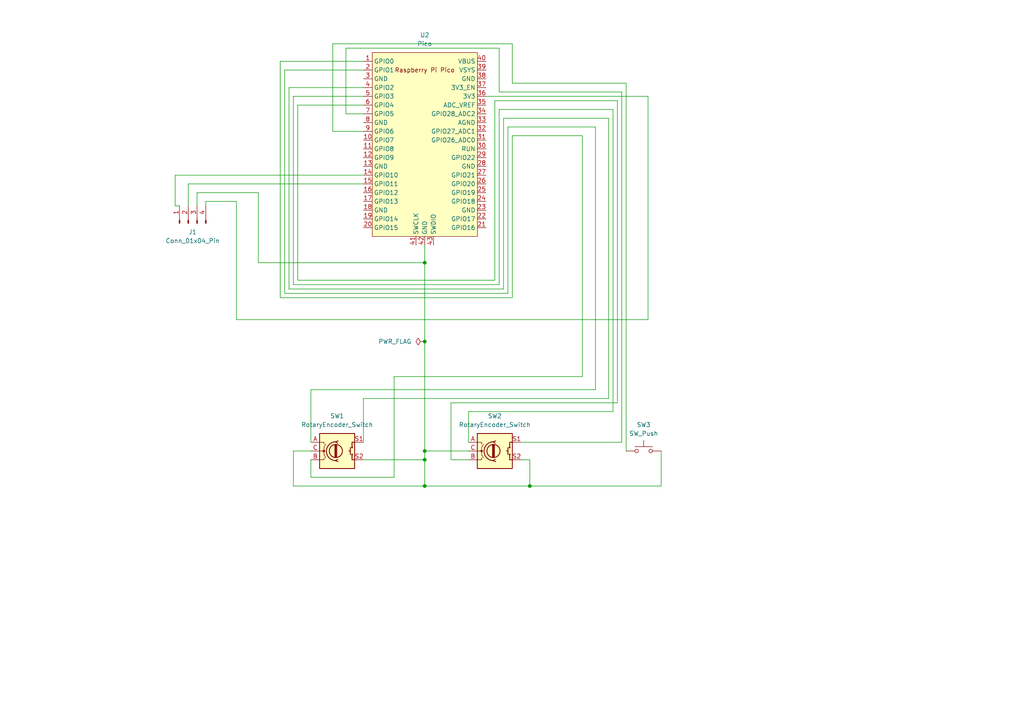
<source format=kicad_sch>
(kicad_sch
	(version 20250114)
	(generator "eeschema")
	(generator_version "9.0")
	(uuid "7a96ba7a-4e58-4cdf-817d-8de640646a8b")
	(paper "A4")
	(lib_symbols
		(symbol "Connector:Conn_01x04_Pin"
			(pin_names
				(offset 1.016)
				(hide yes)
			)
			(exclude_from_sim no)
			(in_bom yes)
			(on_board yes)
			(property "Reference" "J"
				(at 0 5.08 0)
				(effects
					(font
						(size 1.27 1.27)
					)
				)
			)
			(property "Value" "Conn_01x04_Pin"
				(at 0 -7.62 0)
				(effects
					(font
						(size 1.27 1.27)
					)
				)
			)
			(property "Footprint" ""
				(at 0 0 0)
				(effects
					(font
						(size 1.27 1.27)
					)
					(hide yes)
				)
			)
			(property "Datasheet" "~"
				(at 0 0 0)
				(effects
					(font
						(size 1.27 1.27)
					)
					(hide yes)
				)
			)
			(property "Description" "Generic connector, single row, 01x04, script generated"
				(at 0 0 0)
				(effects
					(font
						(size 1.27 1.27)
					)
					(hide yes)
				)
			)
			(property "ki_locked" ""
				(at 0 0 0)
				(effects
					(font
						(size 1.27 1.27)
					)
				)
			)
			(property "ki_keywords" "connector"
				(at 0 0 0)
				(effects
					(font
						(size 1.27 1.27)
					)
					(hide yes)
				)
			)
			(property "ki_fp_filters" "Connector*:*_1x??_*"
				(at 0 0 0)
				(effects
					(font
						(size 1.27 1.27)
					)
					(hide yes)
				)
			)
			(symbol "Conn_01x04_Pin_1_1"
				(rectangle
					(start 0.8636 2.667)
					(end 0 2.413)
					(stroke
						(width 0.1524)
						(type default)
					)
					(fill
						(type outline)
					)
				)
				(rectangle
					(start 0.8636 0.127)
					(end 0 -0.127)
					(stroke
						(width 0.1524)
						(type default)
					)
					(fill
						(type outline)
					)
				)
				(rectangle
					(start 0.8636 -2.413)
					(end 0 -2.667)
					(stroke
						(width 0.1524)
						(type default)
					)
					(fill
						(type outline)
					)
				)
				(rectangle
					(start 0.8636 -4.953)
					(end 0 -5.207)
					(stroke
						(width 0.1524)
						(type default)
					)
					(fill
						(type outline)
					)
				)
				(polyline
					(pts
						(xy 1.27 2.54) (xy 0.8636 2.54)
					)
					(stroke
						(width 0.1524)
						(type default)
					)
					(fill
						(type none)
					)
				)
				(polyline
					(pts
						(xy 1.27 0) (xy 0.8636 0)
					)
					(stroke
						(width 0.1524)
						(type default)
					)
					(fill
						(type none)
					)
				)
				(polyline
					(pts
						(xy 1.27 -2.54) (xy 0.8636 -2.54)
					)
					(stroke
						(width 0.1524)
						(type default)
					)
					(fill
						(type none)
					)
				)
				(polyline
					(pts
						(xy 1.27 -5.08) (xy 0.8636 -5.08)
					)
					(stroke
						(width 0.1524)
						(type default)
					)
					(fill
						(type none)
					)
				)
				(pin passive line
					(at 5.08 2.54 180)
					(length 3.81)
					(name "Pin_1"
						(effects
							(font
								(size 1.27 1.27)
							)
						)
					)
					(number "1"
						(effects
							(font
								(size 1.27 1.27)
							)
						)
					)
				)
				(pin passive line
					(at 5.08 0 180)
					(length 3.81)
					(name "Pin_2"
						(effects
							(font
								(size 1.27 1.27)
							)
						)
					)
					(number "2"
						(effects
							(font
								(size 1.27 1.27)
							)
						)
					)
				)
				(pin passive line
					(at 5.08 -2.54 180)
					(length 3.81)
					(name "Pin_3"
						(effects
							(font
								(size 1.27 1.27)
							)
						)
					)
					(number "3"
						(effects
							(font
								(size 1.27 1.27)
							)
						)
					)
				)
				(pin passive line
					(at 5.08 -5.08 180)
					(length 3.81)
					(name "Pin_4"
						(effects
							(font
								(size 1.27 1.27)
							)
						)
					)
					(number "4"
						(effects
							(font
								(size 1.27 1.27)
							)
						)
					)
				)
			)
			(embedded_fonts no)
		)
		(symbol "Device:RotaryEncoder_Switch"
			(pin_names
				(offset 0.254)
				(hide yes)
			)
			(exclude_from_sim no)
			(in_bom yes)
			(on_board yes)
			(property "Reference" "SW"
				(at 0 6.604 0)
				(effects
					(font
						(size 1.27 1.27)
					)
				)
			)
			(property "Value" "RotaryEncoder_Switch"
				(at 0 -6.604 0)
				(effects
					(font
						(size 1.27 1.27)
					)
				)
			)
			(property "Footprint" ""
				(at -3.81 4.064 0)
				(effects
					(font
						(size 1.27 1.27)
					)
					(hide yes)
				)
			)
			(property "Datasheet" "~"
				(at 0 6.604 0)
				(effects
					(font
						(size 1.27 1.27)
					)
					(hide yes)
				)
			)
			(property "Description" "Rotary encoder, dual channel, incremental quadrate outputs, with switch"
				(at 0 0 0)
				(effects
					(font
						(size 1.27 1.27)
					)
					(hide yes)
				)
			)
			(property "ki_keywords" "rotary switch encoder switch push button"
				(at 0 0 0)
				(effects
					(font
						(size 1.27 1.27)
					)
					(hide yes)
				)
			)
			(property "ki_fp_filters" "RotaryEncoder*Switch*"
				(at 0 0 0)
				(effects
					(font
						(size 1.27 1.27)
					)
					(hide yes)
				)
			)
			(symbol "RotaryEncoder_Switch_0_1"
				(rectangle
					(start -5.08 5.08)
					(end 5.08 -5.08)
					(stroke
						(width 0.254)
						(type default)
					)
					(fill
						(type background)
					)
				)
				(polyline
					(pts
						(xy -5.08 2.54) (xy -3.81 2.54) (xy -3.81 2.032)
					)
					(stroke
						(width 0)
						(type default)
					)
					(fill
						(type none)
					)
				)
				(polyline
					(pts
						(xy -5.08 0) (xy -3.81 0) (xy -3.81 -1.016) (xy -3.302 -2.032)
					)
					(stroke
						(width 0)
						(type default)
					)
					(fill
						(type none)
					)
				)
				(polyline
					(pts
						(xy -5.08 -2.54) (xy -3.81 -2.54) (xy -3.81 -2.032)
					)
					(stroke
						(width 0)
						(type default)
					)
					(fill
						(type none)
					)
				)
				(polyline
					(pts
						(xy -4.318 0) (xy -3.81 0) (xy -3.81 1.016) (xy -3.302 2.032)
					)
					(stroke
						(width 0)
						(type default)
					)
					(fill
						(type none)
					)
				)
				(circle
					(center -3.81 0)
					(radius 0.254)
					(stroke
						(width 0)
						(type default)
					)
					(fill
						(type outline)
					)
				)
				(polyline
					(pts
						(xy -0.635 -1.778) (xy -0.635 1.778)
					)
					(stroke
						(width 0.254)
						(type default)
					)
					(fill
						(type none)
					)
				)
				(circle
					(center -0.381 0)
					(radius 1.905)
					(stroke
						(width 0.254)
						(type default)
					)
					(fill
						(type none)
					)
				)
				(polyline
					(pts
						(xy -0.381 -1.778) (xy -0.381 1.778)
					)
					(stroke
						(width 0.254)
						(type default)
					)
					(fill
						(type none)
					)
				)
				(arc
					(start -0.381 -2.794)
					(mid -3.0988 -0.0635)
					(end -0.381 2.667)
					(stroke
						(width 0.254)
						(type default)
					)
					(fill
						(type none)
					)
				)
				(polyline
					(pts
						(xy -0.127 1.778) (xy -0.127 -1.778)
					)
					(stroke
						(width 0.254)
						(type default)
					)
					(fill
						(type none)
					)
				)
				(polyline
					(pts
						(xy 0.254 2.921) (xy -0.508 2.667) (xy 0.127 2.286)
					)
					(stroke
						(width 0.254)
						(type default)
					)
					(fill
						(type none)
					)
				)
				(polyline
					(pts
						(xy 0.254 -3.048) (xy -0.508 -2.794) (xy 0.127 -2.413)
					)
					(stroke
						(width 0.254)
						(type default)
					)
					(fill
						(type none)
					)
				)
				(polyline
					(pts
						(xy 3.81 1.016) (xy 3.81 -1.016)
					)
					(stroke
						(width 0.254)
						(type default)
					)
					(fill
						(type none)
					)
				)
				(polyline
					(pts
						(xy 3.81 0) (xy 3.429 0)
					)
					(stroke
						(width 0.254)
						(type default)
					)
					(fill
						(type none)
					)
				)
				(circle
					(center 4.318 1.016)
					(radius 0.127)
					(stroke
						(width 0.254)
						(type default)
					)
					(fill
						(type none)
					)
				)
				(circle
					(center 4.318 -1.016)
					(radius 0.127)
					(stroke
						(width 0.254)
						(type default)
					)
					(fill
						(type none)
					)
				)
				(polyline
					(pts
						(xy 5.08 2.54) (xy 4.318 2.54) (xy 4.318 1.016)
					)
					(stroke
						(width 0.254)
						(type default)
					)
					(fill
						(type none)
					)
				)
				(polyline
					(pts
						(xy 5.08 -2.54) (xy 4.318 -2.54) (xy 4.318 -1.016)
					)
					(stroke
						(width 0.254)
						(type default)
					)
					(fill
						(type none)
					)
				)
			)
			(symbol "RotaryEncoder_Switch_1_1"
				(pin passive line
					(at -7.62 2.54 0)
					(length 2.54)
					(name "A"
						(effects
							(font
								(size 1.27 1.27)
							)
						)
					)
					(number "A"
						(effects
							(font
								(size 1.27 1.27)
							)
						)
					)
				)
				(pin passive line
					(at -7.62 0 0)
					(length 2.54)
					(name "C"
						(effects
							(font
								(size 1.27 1.27)
							)
						)
					)
					(number "C"
						(effects
							(font
								(size 1.27 1.27)
							)
						)
					)
				)
				(pin passive line
					(at -7.62 -2.54 0)
					(length 2.54)
					(name "B"
						(effects
							(font
								(size 1.27 1.27)
							)
						)
					)
					(number "B"
						(effects
							(font
								(size 1.27 1.27)
							)
						)
					)
				)
				(pin passive line
					(at 7.62 2.54 180)
					(length 2.54)
					(name "S1"
						(effects
							(font
								(size 1.27 1.27)
							)
						)
					)
					(number "S1"
						(effects
							(font
								(size 1.27 1.27)
							)
						)
					)
				)
				(pin passive line
					(at 7.62 -2.54 180)
					(length 2.54)
					(name "S2"
						(effects
							(font
								(size 1.27 1.27)
							)
						)
					)
					(number "S2"
						(effects
							(font
								(size 1.27 1.27)
							)
						)
					)
				)
			)
			(embedded_fonts no)
		)
		(symbol "MCU_RaspberryPi_and_Boards:Pico"
			(exclude_from_sim no)
			(in_bom yes)
			(on_board yes)
			(property "Reference" "U"
				(at -13.97 27.94 0)
				(effects
					(font
						(size 1.27 1.27)
					)
				)
			)
			(property "Value" "Pico"
				(at 0 19.05 0)
				(effects
					(font
						(size 1.27 1.27)
					)
				)
			)
			(property "Footprint" "RPi_Pico:RPi_Pico_SMD_TH"
				(at 0 0 90)
				(effects
					(font
						(size 1.27 1.27)
					)
					(hide yes)
				)
			)
			(property "Datasheet" ""
				(at 0 0 0)
				(effects
					(font
						(size 1.27 1.27)
					)
					(hide yes)
				)
			)
			(property "Description" ""
				(at 0 0 0)
				(effects
					(font
						(size 1.27 1.27)
					)
					(hide yes)
				)
			)
			(symbol "Pico_0_0"
				(text "Raspberry Pi Pico"
					(at 0 21.59 0)
					(effects
						(font
							(size 1.27 1.27)
						)
					)
				)
			)
			(symbol "Pico_0_1"
				(rectangle
					(start -15.24 26.67)
					(end 15.24 -26.67)
					(stroke
						(width 0)
						(type default)
					)
					(fill
						(type background)
					)
				)
			)
			(symbol "Pico_1_1"
				(pin bidirectional line
					(at -17.78 24.13 0)
					(length 2.54)
					(name "GPIO0"
						(effects
							(font
								(size 1.27 1.27)
							)
						)
					)
					(number "1"
						(effects
							(font
								(size 1.27 1.27)
							)
						)
					)
				)
				(pin bidirectional line
					(at -17.78 21.59 0)
					(length 2.54)
					(name "GPIO1"
						(effects
							(font
								(size 1.27 1.27)
							)
						)
					)
					(number "2"
						(effects
							(font
								(size 1.27 1.27)
							)
						)
					)
				)
				(pin power_in line
					(at -17.78 19.05 0)
					(length 2.54)
					(name "GND"
						(effects
							(font
								(size 1.27 1.27)
							)
						)
					)
					(number "3"
						(effects
							(font
								(size 1.27 1.27)
							)
						)
					)
				)
				(pin bidirectional line
					(at -17.78 16.51 0)
					(length 2.54)
					(name "GPIO2"
						(effects
							(font
								(size 1.27 1.27)
							)
						)
					)
					(number "4"
						(effects
							(font
								(size 1.27 1.27)
							)
						)
					)
				)
				(pin bidirectional line
					(at -17.78 13.97 0)
					(length 2.54)
					(name "GPIO3"
						(effects
							(font
								(size 1.27 1.27)
							)
						)
					)
					(number "5"
						(effects
							(font
								(size 1.27 1.27)
							)
						)
					)
				)
				(pin bidirectional line
					(at -17.78 11.43 0)
					(length 2.54)
					(name "GPIO4"
						(effects
							(font
								(size 1.27 1.27)
							)
						)
					)
					(number "6"
						(effects
							(font
								(size 1.27 1.27)
							)
						)
					)
				)
				(pin bidirectional line
					(at -17.78 8.89 0)
					(length 2.54)
					(name "GPIO5"
						(effects
							(font
								(size 1.27 1.27)
							)
						)
					)
					(number "7"
						(effects
							(font
								(size 1.27 1.27)
							)
						)
					)
				)
				(pin power_in line
					(at -17.78 6.35 0)
					(length 2.54)
					(name "GND"
						(effects
							(font
								(size 1.27 1.27)
							)
						)
					)
					(number "8"
						(effects
							(font
								(size 1.27 1.27)
							)
						)
					)
				)
				(pin bidirectional line
					(at -17.78 3.81 0)
					(length 2.54)
					(name "GPIO6"
						(effects
							(font
								(size 1.27 1.27)
							)
						)
					)
					(number "9"
						(effects
							(font
								(size 1.27 1.27)
							)
						)
					)
				)
				(pin bidirectional line
					(at -17.78 1.27 0)
					(length 2.54)
					(name "GPIO7"
						(effects
							(font
								(size 1.27 1.27)
							)
						)
					)
					(number "10"
						(effects
							(font
								(size 1.27 1.27)
							)
						)
					)
				)
				(pin bidirectional line
					(at -17.78 -1.27 0)
					(length 2.54)
					(name "GPIO8"
						(effects
							(font
								(size 1.27 1.27)
							)
						)
					)
					(number "11"
						(effects
							(font
								(size 1.27 1.27)
							)
						)
					)
				)
				(pin bidirectional line
					(at -17.78 -3.81 0)
					(length 2.54)
					(name "GPIO9"
						(effects
							(font
								(size 1.27 1.27)
							)
						)
					)
					(number "12"
						(effects
							(font
								(size 1.27 1.27)
							)
						)
					)
				)
				(pin power_in line
					(at -17.78 -6.35 0)
					(length 2.54)
					(name "GND"
						(effects
							(font
								(size 1.27 1.27)
							)
						)
					)
					(number "13"
						(effects
							(font
								(size 1.27 1.27)
							)
						)
					)
				)
				(pin bidirectional line
					(at -17.78 -8.89 0)
					(length 2.54)
					(name "GPIO10"
						(effects
							(font
								(size 1.27 1.27)
							)
						)
					)
					(number "14"
						(effects
							(font
								(size 1.27 1.27)
							)
						)
					)
				)
				(pin bidirectional line
					(at -17.78 -11.43 0)
					(length 2.54)
					(name "GPIO11"
						(effects
							(font
								(size 1.27 1.27)
							)
						)
					)
					(number "15"
						(effects
							(font
								(size 1.27 1.27)
							)
						)
					)
				)
				(pin bidirectional line
					(at -17.78 -13.97 0)
					(length 2.54)
					(name "GPIO12"
						(effects
							(font
								(size 1.27 1.27)
							)
						)
					)
					(number "16"
						(effects
							(font
								(size 1.27 1.27)
							)
						)
					)
				)
				(pin bidirectional line
					(at -17.78 -16.51 0)
					(length 2.54)
					(name "GPIO13"
						(effects
							(font
								(size 1.27 1.27)
							)
						)
					)
					(number "17"
						(effects
							(font
								(size 1.27 1.27)
							)
						)
					)
				)
				(pin power_in line
					(at -17.78 -19.05 0)
					(length 2.54)
					(name "GND"
						(effects
							(font
								(size 1.27 1.27)
							)
						)
					)
					(number "18"
						(effects
							(font
								(size 1.27 1.27)
							)
						)
					)
				)
				(pin bidirectional line
					(at -17.78 -21.59 0)
					(length 2.54)
					(name "GPIO14"
						(effects
							(font
								(size 1.27 1.27)
							)
						)
					)
					(number "19"
						(effects
							(font
								(size 1.27 1.27)
							)
						)
					)
				)
				(pin bidirectional line
					(at -17.78 -24.13 0)
					(length 2.54)
					(name "GPIO15"
						(effects
							(font
								(size 1.27 1.27)
							)
						)
					)
					(number "20"
						(effects
							(font
								(size 1.27 1.27)
							)
						)
					)
				)
				(pin input line
					(at -2.54 -29.21 90)
					(length 2.54)
					(name "SWCLK"
						(effects
							(font
								(size 1.27 1.27)
							)
						)
					)
					(number "41"
						(effects
							(font
								(size 1.27 1.27)
							)
						)
					)
				)
				(pin power_in line
					(at 0 -29.21 90)
					(length 2.54)
					(name "GND"
						(effects
							(font
								(size 1.27 1.27)
							)
						)
					)
					(number "42"
						(effects
							(font
								(size 1.27 1.27)
							)
						)
					)
				)
				(pin bidirectional line
					(at 2.54 -29.21 90)
					(length 2.54)
					(name "SWDIO"
						(effects
							(font
								(size 1.27 1.27)
							)
						)
					)
					(number "43"
						(effects
							(font
								(size 1.27 1.27)
							)
						)
					)
				)
				(pin power_in line
					(at 17.78 24.13 180)
					(length 2.54)
					(name "VBUS"
						(effects
							(font
								(size 1.27 1.27)
							)
						)
					)
					(number "40"
						(effects
							(font
								(size 1.27 1.27)
							)
						)
					)
				)
				(pin power_in line
					(at 17.78 21.59 180)
					(length 2.54)
					(name "VSYS"
						(effects
							(font
								(size 1.27 1.27)
							)
						)
					)
					(number "39"
						(effects
							(font
								(size 1.27 1.27)
							)
						)
					)
				)
				(pin bidirectional line
					(at 17.78 19.05 180)
					(length 2.54)
					(name "GND"
						(effects
							(font
								(size 1.27 1.27)
							)
						)
					)
					(number "38"
						(effects
							(font
								(size 1.27 1.27)
							)
						)
					)
				)
				(pin input line
					(at 17.78 16.51 180)
					(length 2.54)
					(name "3V3_EN"
						(effects
							(font
								(size 1.27 1.27)
							)
						)
					)
					(number "37"
						(effects
							(font
								(size 1.27 1.27)
							)
						)
					)
				)
				(pin power_in line
					(at 17.78 13.97 180)
					(length 2.54)
					(name "3V3"
						(effects
							(font
								(size 1.27 1.27)
							)
						)
					)
					(number "36"
						(effects
							(font
								(size 1.27 1.27)
							)
						)
					)
				)
				(pin power_in line
					(at 17.78 11.43 180)
					(length 2.54)
					(name "ADC_VREF"
						(effects
							(font
								(size 1.27 1.27)
							)
						)
					)
					(number "35"
						(effects
							(font
								(size 1.27 1.27)
							)
						)
					)
				)
				(pin bidirectional line
					(at 17.78 8.89 180)
					(length 2.54)
					(name "GPIO28_ADC2"
						(effects
							(font
								(size 1.27 1.27)
							)
						)
					)
					(number "34"
						(effects
							(font
								(size 1.27 1.27)
							)
						)
					)
				)
				(pin power_in line
					(at 17.78 6.35 180)
					(length 2.54)
					(name "AGND"
						(effects
							(font
								(size 1.27 1.27)
							)
						)
					)
					(number "33"
						(effects
							(font
								(size 1.27 1.27)
							)
						)
					)
				)
				(pin bidirectional line
					(at 17.78 3.81 180)
					(length 2.54)
					(name "GPIO27_ADC1"
						(effects
							(font
								(size 1.27 1.27)
							)
						)
					)
					(number "32"
						(effects
							(font
								(size 1.27 1.27)
							)
						)
					)
				)
				(pin bidirectional line
					(at 17.78 1.27 180)
					(length 2.54)
					(name "GPIO26_ADC0"
						(effects
							(font
								(size 1.27 1.27)
							)
						)
					)
					(number "31"
						(effects
							(font
								(size 1.27 1.27)
							)
						)
					)
				)
				(pin input line
					(at 17.78 -1.27 180)
					(length 2.54)
					(name "RUN"
						(effects
							(font
								(size 1.27 1.27)
							)
						)
					)
					(number "30"
						(effects
							(font
								(size 1.27 1.27)
							)
						)
					)
				)
				(pin bidirectional line
					(at 17.78 -3.81 180)
					(length 2.54)
					(name "GPIO22"
						(effects
							(font
								(size 1.27 1.27)
							)
						)
					)
					(number "29"
						(effects
							(font
								(size 1.27 1.27)
							)
						)
					)
				)
				(pin power_in line
					(at 17.78 -6.35 180)
					(length 2.54)
					(name "GND"
						(effects
							(font
								(size 1.27 1.27)
							)
						)
					)
					(number "28"
						(effects
							(font
								(size 1.27 1.27)
							)
						)
					)
				)
				(pin bidirectional line
					(at 17.78 -8.89 180)
					(length 2.54)
					(name "GPIO21"
						(effects
							(font
								(size 1.27 1.27)
							)
						)
					)
					(number "27"
						(effects
							(font
								(size 1.27 1.27)
							)
						)
					)
				)
				(pin bidirectional line
					(at 17.78 -11.43 180)
					(length 2.54)
					(name "GPIO20"
						(effects
							(font
								(size 1.27 1.27)
							)
						)
					)
					(number "26"
						(effects
							(font
								(size 1.27 1.27)
							)
						)
					)
				)
				(pin bidirectional line
					(at 17.78 -13.97 180)
					(length 2.54)
					(name "GPIO19"
						(effects
							(font
								(size 1.27 1.27)
							)
						)
					)
					(number "25"
						(effects
							(font
								(size 1.27 1.27)
							)
						)
					)
				)
				(pin bidirectional line
					(at 17.78 -16.51 180)
					(length 2.54)
					(name "GPIO18"
						(effects
							(font
								(size 1.27 1.27)
							)
						)
					)
					(number "24"
						(effects
							(font
								(size 1.27 1.27)
							)
						)
					)
				)
				(pin power_in line
					(at 17.78 -19.05 180)
					(length 2.54)
					(name "GND"
						(effects
							(font
								(size 1.27 1.27)
							)
						)
					)
					(number "23"
						(effects
							(font
								(size 1.27 1.27)
							)
						)
					)
				)
				(pin bidirectional line
					(at 17.78 -21.59 180)
					(length 2.54)
					(name "GPIO17"
						(effects
							(font
								(size 1.27 1.27)
							)
						)
					)
					(number "22"
						(effects
							(font
								(size 1.27 1.27)
							)
						)
					)
				)
				(pin bidirectional line
					(at 17.78 -24.13 180)
					(length 2.54)
					(name "GPIO16"
						(effects
							(font
								(size 1.27 1.27)
							)
						)
					)
					(number "21"
						(effects
							(font
								(size 1.27 1.27)
							)
						)
					)
				)
			)
			(embedded_fonts no)
		)
		(symbol "Switch:SW_Push"
			(pin_numbers
				(hide yes)
			)
			(pin_names
				(offset 1.016)
				(hide yes)
			)
			(exclude_from_sim no)
			(in_bom yes)
			(on_board yes)
			(property "Reference" "SW"
				(at 1.27 2.54 0)
				(effects
					(font
						(size 1.27 1.27)
					)
					(justify left)
				)
			)
			(property "Value" "SW_Push"
				(at 0 -1.524 0)
				(effects
					(font
						(size 1.27 1.27)
					)
				)
			)
			(property "Footprint" ""
				(at 0 5.08 0)
				(effects
					(font
						(size 1.27 1.27)
					)
					(hide yes)
				)
			)
			(property "Datasheet" "~"
				(at 0 5.08 0)
				(effects
					(font
						(size 1.27 1.27)
					)
					(hide yes)
				)
			)
			(property "Description" "Push button switch, generic, two pins"
				(at 0 0 0)
				(effects
					(font
						(size 1.27 1.27)
					)
					(hide yes)
				)
			)
			(property "ki_keywords" "switch normally-open pushbutton push-button"
				(at 0 0 0)
				(effects
					(font
						(size 1.27 1.27)
					)
					(hide yes)
				)
			)
			(symbol "SW_Push_0_1"
				(circle
					(center -2.032 0)
					(radius 0.508)
					(stroke
						(width 0)
						(type default)
					)
					(fill
						(type none)
					)
				)
				(polyline
					(pts
						(xy 0 1.27) (xy 0 3.048)
					)
					(stroke
						(width 0)
						(type default)
					)
					(fill
						(type none)
					)
				)
				(circle
					(center 2.032 0)
					(radius 0.508)
					(stroke
						(width 0)
						(type default)
					)
					(fill
						(type none)
					)
				)
				(polyline
					(pts
						(xy 2.54 1.27) (xy -2.54 1.27)
					)
					(stroke
						(width 0)
						(type default)
					)
					(fill
						(type none)
					)
				)
				(pin passive line
					(at -5.08 0 0)
					(length 2.54)
					(name "1"
						(effects
							(font
								(size 1.27 1.27)
							)
						)
					)
					(number "1"
						(effects
							(font
								(size 1.27 1.27)
							)
						)
					)
				)
				(pin passive line
					(at 5.08 0 180)
					(length 2.54)
					(name "2"
						(effects
							(font
								(size 1.27 1.27)
							)
						)
					)
					(number "2"
						(effects
							(font
								(size 1.27 1.27)
							)
						)
					)
				)
			)
			(embedded_fonts no)
		)
		(symbol "power:PWR_FLAG"
			(power)
			(pin_numbers
				(hide yes)
			)
			(pin_names
				(offset 0)
				(hide yes)
			)
			(exclude_from_sim no)
			(in_bom yes)
			(on_board yes)
			(property "Reference" "#FLG"
				(at 0 1.905 0)
				(effects
					(font
						(size 1.27 1.27)
					)
					(hide yes)
				)
			)
			(property "Value" "PWR_FLAG"
				(at 0 3.81 0)
				(effects
					(font
						(size 1.27 1.27)
					)
				)
			)
			(property "Footprint" ""
				(at 0 0 0)
				(effects
					(font
						(size 1.27 1.27)
					)
					(hide yes)
				)
			)
			(property "Datasheet" "~"
				(at 0 0 0)
				(effects
					(font
						(size 1.27 1.27)
					)
					(hide yes)
				)
			)
			(property "Description" "Special symbol for telling ERC where power comes from"
				(at 0 0 0)
				(effects
					(font
						(size 1.27 1.27)
					)
					(hide yes)
				)
			)
			(property "ki_keywords" "flag power"
				(at 0 0 0)
				(effects
					(font
						(size 1.27 1.27)
					)
					(hide yes)
				)
			)
			(symbol "PWR_FLAG_0_0"
				(pin power_out line
					(at 0 0 90)
					(length 0)
					(name "~"
						(effects
							(font
								(size 1.27 1.27)
							)
						)
					)
					(number "1"
						(effects
							(font
								(size 1.27 1.27)
							)
						)
					)
				)
			)
			(symbol "PWR_FLAG_0_1"
				(polyline
					(pts
						(xy 0 0) (xy 0 1.27) (xy -1.016 1.905) (xy 0 2.54) (xy 1.016 1.905) (xy 0 1.27)
					)
					(stroke
						(width 0)
						(type default)
					)
					(fill
						(type none)
					)
				)
			)
			(embedded_fonts no)
		)
	)
	(junction
		(at 123.19 133.35)
		(diameter 0)
		(color 0 0 0 0)
		(uuid "00025cba-9255-4ba9-b88d-5c2487410286")
	)
	(junction
		(at 123.19 130.81)
		(diameter 0)
		(color 0 0 0 0)
		(uuid "428081b8-3d4f-4023-bee0-aa3fa9aafc3f")
	)
	(junction
		(at 123.19 140.97)
		(diameter 0)
		(color 0 0 0 0)
		(uuid "d53660a4-498a-4f66-9f13-2d2093ce0903")
	)
	(junction
		(at 153.67 140.97)
		(diameter 0)
		(color 0 0 0 0)
		(uuid "d687a681-c644-4ccc-9f04-7192a6843def")
	)
	(junction
		(at 123.19 99.06)
		(diameter 0)
		(color 0 0 0 0)
		(uuid "f704a7dd-0ed5-4aa7-8e18-fecf0da754be")
	)
	(junction
		(at 123.19 76.2)
		(diameter 0)
		(color 0 0 0 0)
		(uuid "fb567648-9d00-4ffa-aaaa-2ba4fc89d7cd")
	)
	(wire
		(pts
			(xy 90.17 130.81) (xy 85.09 130.81)
		)
		(stroke
			(width 0)
			(type default)
		)
		(uuid "0398bccb-a401-4739-a487-f0177e324c61")
	)
	(wire
		(pts
			(xy 135.89 128.27) (xy 135.89 119.38)
		)
		(stroke
			(width 0)
			(type default)
		)
		(uuid "0464d75f-6ea4-4136-af45-b40e94fa6b22")
	)
	(wire
		(pts
			(xy 148.59 24.13) (xy 148.59 12.7)
		)
		(stroke
			(width 0)
			(type default)
		)
		(uuid "062dae77-24da-4558-97af-f1b4437d76ab")
	)
	(wire
		(pts
			(xy 147.32 85.09) (xy 82.55 85.09)
		)
		(stroke
			(width 0)
			(type default)
		)
		(uuid "06496dbf-d718-4a0c-9cbb-c639773df4b3")
	)
	(wire
		(pts
			(xy 123.19 99.06) (xy 123.19 130.81)
		)
		(stroke
			(width 0)
			(type default)
		)
		(uuid "073f1758-817f-46be-947a-e99a40c78744")
	)
	(wire
		(pts
			(xy 148.59 86.36) (xy 81.28 86.36)
		)
		(stroke
			(width 0)
			(type default)
		)
		(uuid "0752db90-0ae7-4066-b2f1-2ff6bde2a027")
	)
	(wire
		(pts
			(xy 85.09 27.94) (xy 105.41 27.94)
		)
		(stroke
			(width 0)
			(type default)
		)
		(uuid "079759fe-5f82-4ffe-b3e3-d8b67e4608c2")
	)
	(wire
		(pts
			(xy 135.89 133.35) (xy 130.81 133.35)
		)
		(stroke
			(width 0)
			(type default)
		)
		(uuid "0b9d77d5-e274-4e26-8813-03284c26b770")
	)
	(wire
		(pts
			(xy 140.97 27.94) (xy 187.96 27.94)
		)
		(stroke
			(width 0)
			(type default)
		)
		(uuid "0dd730d8-fc4c-44d7-98c5-9e5a8673080c")
	)
	(wire
		(pts
			(xy 144.78 13.97) (xy 100.33 13.97)
		)
		(stroke
			(width 0)
			(type default)
		)
		(uuid "0e6509bb-fb3a-4440-ac5b-dde25c20f644")
	)
	(wire
		(pts
			(xy 68.58 58.42) (xy 68.58 92.71)
		)
		(stroke
			(width 0)
			(type default)
		)
		(uuid "0eb94535-7621-42e5-8cb3-11a2807d5eb8")
	)
	(wire
		(pts
			(xy 168.91 39.37) (xy 148.59 39.37)
		)
		(stroke
			(width 0)
			(type default)
		)
		(uuid "15a8a991-1fbe-436e-a68a-3402d7513aa4")
	)
	(wire
		(pts
			(xy 176.53 115.57) (xy 176.53 34.29)
		)
		(stroke
			(width 0)
			(type default)
		)
		(uuid "16e43d18-bf01-4894-9003-fa07821d8933")
	)
	(wire
		(pts
			(xy 68.58 58.42) (xy 59.69 58.42)
		)
		(stroke
			(width 0)
			(type default)
		)
		(uuid "17ea9df9-069e-4eb7-99de-0b3cf8322fc8")
	)
	(wire
		(pts
			(xy 74.93 55.88) (xy 74.93 76.2)
		)
		(stroke
			(width 0)
			(type default)
		)
		(uuid "1b66243f-b887-4d9a-83a6-2c08ead13149")
	)
	(wire
		(pts
			(xy 144.78 26.67) (xy 180.34 26.67)
		)
		(stroke
			(width 0)
			(type default)
		)
		(uuid "20116380-45b3-46d8-8261-f30d0b7fcf55")
	)
	(wire
		(pts
			(xy 105.41 115.57) (xy 176.53 115.57)
		)
		(stroke
			(width 0)
			(type default)
		)
		(uuid "230cbdb4-0269-45c7-9b50-33a5d732f9f1")
	)
	(wire
		(pts
			(xy 130.81 133.35) (xy 130.81 116.84)
		)
		(stroke
			(width 0)
			(type default)
		)
		(uuid "239c9546-c862-4231-9da3-61e752068b86")
	)
	(wire
		(pts
			(xy 191.77 140.97) (xy 153.67 140.97)
		)
		(stroke
			(width 0)
			(type default)
		)
		(uuid "2748c557-76ae-4a70-a91e-d408606a5bba")
	)
	(wire
		(pts
			(xy 144.78 31.75) (xy 144.78 82.55)
		)
		(stroke
			(width 0)
			(type default)
		)
		(uuid "2ae9fc58-37a7-4ebb-aaff-558e5d86d3d9")
	)
	(wire
		(pts
			(xy 57.15 55.88) (xy 74.93 55.88)
		)
		(stroke
			(width 0)
			(type default)
		)
		(uuid "369678a9-4eb0-4bfd-aac2-71a496917d01")
	)
	(wire
		(pts
			(xy 100.33 33.02) (xy 105.41 33.02)
		)
		(stroke
			(width 0)
			(type default)
		)
		(uuid "3809d020-3e0b-4269-b71d-4de07dda09a0")
	)
	(wire
		(pts
			(xy 172.72 113.03) (xy 172.72 36.83)
		)
		(stroke
			(width 0)
			(type default)
		)
		(uuid "3b7d1cdc-35fb-4553-8668-06b5d50bfff9")
	)
	(wire
		(pts
			(xy 50.8 50.8) (xy 105.41 50.8)
		)
		(stroke
			(width 0)
			(type default)
		)
		(uuid "3bc5c8ae-c973-4ad1-8621-5a5129cdd03c")
	)
	(wire
		(pts
			(xy 177.8 119.38) (xy 177.8 31.75)
		)
		(stroke
			(width 0)
			(type default)
		)
		(uuid "3d3c1666-40e3-4415-9309-825ac9cec3bf")
	)
	(wire
		(pts
			(xy 83.82 25.4) (xy 105.41 25.4)
		)
		(stroke
			(width 0)
			(type default)
		)
		(uuid "49067b8d-6f92-4aa1-86f3-0909c6d0142e")
	)
	(wire
		(pts
			(xy 81.28 17.78) (xy 105.41 17.78)
		)
		(stroke
			(width 0)
			(type default)
		)
		(uuid "4aceea46-acaa-43b4-ae83-4e7d679615ec")
	)
	(wire
		(pts
			(xy 83.82 83.82) (xy 83.82 25.4)
		)
		(stroke
			(width 0)
			(type default)
		)
		(uuid "4bd1676a-cd99-423b-a6f5-74508d3b41a8")
	)
	(wire
		(pts
			(xy 90.17 133.35) (xy 90.17 138.43)
		)
		(stroke
			(width 0)
			(type default)
		)
		(uuid "4dba91f7-6bd9-4d66-927d-6e76955b29f3")
	)
	(wire
		(pts
			(xy 90.17 138.43) (xy 114.3 138.43)
		)
		(stroke
			(width 0)
			(type default)
		)
		(uuid "5151fa38-7cec-405d-98a7-761412464a80")
	)
	(wire
		(pts
			(xy 168.91 109.22) (xy 168.91 39.37)
		)
		(stroke
			(width 0)
			(type default)
		)
		(uuid "529682ae-4807-437f-a722-e82333e468e5")
	)
	(wire
		(pts
			(xy 123.19 130.81) (xy 123.19 133.35)
		)
		(stroke
			(width 0)
			(type default)
		)
		(uuid "548dce19-e943-420e-9ef4-356389970d40")
	)
	(wire
		(pts
			(xy 181.61 130.81) (xy 181.61 24.13)
		)
		(stroke
			(width 0)
			(type default)
		)
		(uuid "557f03d2-1143-4958-8669-694710ab3acc")
	)
	(wire
		(pts
			(xy 123.19 130.81) (xy 135.89 130.81)
		)
		(stroke
			(width 0)
			(type default)
		)
		(uuid "5b6948a6-0163-4c6f-93b4-5be9f273f254")
	)
	(wire
		(pts
			(xy 96.52 38.1) (xy 105.41 38.1)
		)
		(stroke
			(width 0)
			(type default)
		)
		(uuid "5bb6ad2a-4f6e-4032-bcf7-3df6f5fe4f51")
	)
	(wire
		(pts
			(xy 105.41 128.27) (xy 105.41 115.57)
		)
		(stroke
			(width 0)
			(type default)
		)
		(uuid "5bc1d590-0d92-4960-94f0-65c1c57f80af")
	)
	(wire
		(pts
			(xy 114.3 138.43) (xy 114.3 109.22)
		)
		(stroke
			(width 0)
			(type default)
		)
		(uuid "5e282f94-5001-471b-851c-0a695ee349e3")
	)
	(wire
		(pts
			(xy 180.34 128.27) (xy 180.34 26.67)
		)
		(stroke
			(width 0)
			(type default)
		)
		(uuid "68af360b-065b-4486-93ea-24716e70d489")
	)
	(wire
		(pts
			(xy 143.51 81.28) (xy 86.36 81.28)
		)
		(stroke
			(width 0)
			(type default)
		)
		(uuid "69234261-abae-42bb-9c9b-a8a0c5889ab0")
	)
	(wire
		(pts
			(xy 86.36 81.28) (xy 86.36 30.48)
		)
		(stroke
			(width 0)
			(type default)
		)
		(uuid "6bb741e3-cf89-4af1-8375-58cc372cdb38")
	)
	(wire
		(pts
			(xy 151.13 128.27) (xy 180.34 128.27)
		)
		(stroke
			(width 0)
			(type default)
		)
		(uuid "708ef0e8-7020-40ea-bea5-1f3c2788ebd6")
	)
	(wire
		(pts
			(xy 74.93 76.2) (xy 123.19 76.2)
		)
		(stroke
			(width 0)
			(type default)
		)
		(uuid "73a7bb10-4a0a-4548-8e2a-0bff4a5ad396")
	)
	(wire
		(pts
			(xy 50.8 50.8) (xy 50.8 59.69)
		)
		(stroke
			(width 0)
			(type default)
		)
		(uuid "73c4c056-0316-487a-b980-b6ff90103d6b")
	)
	(wire
		(pts
			(xy 144.78 31.75) (xy 177.8 31.75)
		)
		(stroke
			(width 0)
			(type default)
		)
		(uuid "745c00ed-218e-447b-90a9-fcf8bd5ffaa3")
	)
	(wire
		(pts
			(xy 148.59 39.37) (xy 148.59 86.36)
		)
		(stroke
			(width 0)
			(type default)
		)
		(uuid "74f48a0a-2555-4e16-a1a7-a2d1dca561b5")
	)
	(wire
		(pts
			(xy 85.09 130.81) (xy 85.09 140.97)
		)
		(stroke
			(width 0)
			(type default)
		)
		(uuid "755d2d67-e3a1-42bb-8d37-381d781abd48")
	)
	(wire
		(pts
			(xy 123.19 71.12) (xy 123.19 76.2)
		)
		(stroke
			(width 0)
			(type default)
		)
		(uuid "756b0e88-01b8-418a-88c4-7c647a6dc9a8")
	)
	(wire
		(pts
			(xy 54.61 53.34) (xy 105.41 53.34)
		)
		(stroke
			(width 0)
			(type default)
		)
		(uuid "79f3cde2-7760-472c-b354-d6671e9ec6b5")
	)
	(wire
		(pts
			(xy 86.36 30.48) (xy 105.41 30.48)
		)
		(stroke
			(width 0)
			(type default)
		)
		(uuid "7a09c840-6cd7-46b6-97ce-2e3246bc431b")
	)
	(wire
		(pts
			(xy 81.28 86.36) (xy 81.28 17.78)
		)
		(stroke
			(width 0)
			(type default)
		)
		(uuid "7f215ae5-69d3-4c29-bdbd-d5f08470edaa")
	)
	(wire
		(pts
			(xy 146.05 34.29) (xy 146.05 83.82)
		)
		(stroke
			(width 0)
			(type default)
		)
		(uuid "80c810d5-bb07-4ff2-a029-f6b34c375d58")
	)
	(wire
		(pts
			(xy 153.67 140.97) (xy 123.19 140.97)
		)
		(stroke
			(width 0)
			(type default)
		)
		(uuid "80f34a8e-ce5b-4e1c-989e-9ee621839d32")
	)
	(wire
		(pts
			(xy 57.15 55.88) (xy 57.15 59.69)
		)
		(stroke
			(width 0)
			(type default)
		)
		(uuid "8178ec60-d4b4-45ae-98b6-ee52bc7d8dca")
	)
	(wire
		(pts
			(xy 191.77 130.81) (xy 191.77 140.97)
		)
		(stroke
			(width 0)
			(type default)
		)
		(uuid "87ad0486-6153-46a6-89e3-2656b51bfd53")
	)
	(wire
		(pts
			(xy 54.61 53.34) (xy 54.61 59.69)
		)
		(stroke
			(width 0)
			(type default)
		)
		(uuid "8b734b06-b3cd-4eb3-a89b-0cc5d1d17621")
	)
	(wire
		(pts
			(xy 187.96 92.71) (xy 68.58 92.71)
		)
		(stroke
			(width 0)
			(type default)
		)
		(uuid "8fe4b05c-73e4-4672-a901-b4bbac612e76")
	)
	(wire
		(pts
			(xy 82.55 85.09) (xy 82.55 20.32)
		)
		(stroke
			(width 0)
			(type default)
		)
		(uuid "955978cc-d3c3-40a5-ab17-499b5562d67b")
	)
	(wire
		(pts
			(xy 151.13 133.35) (xy 153.67 133.35)
		)
		(stroke
			(width 0)
			(type default)
		)
		(uuid "99281059-cdd2-4e59-a77d-f0cb43decfa7")
	)
	(wire
		(pts
			(xy 143.51 29.21) (xy 179.07 29.21)
		)
		(stroke
			(width 0)
			(type default)
		)
		(uuid "99a12cc8-850e-4562-b898-c7e62d9ac4c3")
	)
	(wire
		(pts
			(xy 130.81 116.84) (xy 179.07 116.84)
		)
		(stroke
			(width 0)
			(type default)
		)
		(uuid "9b67ef8f-f5ca-4bec-aca1-a26530aafc2b")
	)
	(wire
		(pts
			(xy 153.67 133.35) (xy 153.67 140.97)
		)
		(stroke
			(width 0)
			(type default)
		)
		(uuid "9d7c6ad1-a2c1-421c-9190-838694d177be")
	)
	(wire
		(pts
			(xy 179.07 116.84) (xy 179.07 29.21)
		)
		(stroke
			(width 0)
			(type default)
		)
		(uuid "9dcd5ab1-d0e4-461d-b255-967bb72c47cd")
	)
	(wire
		(pts
			(xy 96.52 12.7) (xy 96.52 38.1)
		)
		(stroke
			(width 0)
			(type default)
		)
		(uuid "a7014333-f257-4270-9be6-9782c89a083b")
	)
	(wire
		(pts
			(xy 123.19 76.2) (xy 123.19 99.06)
		)
		(stroke
			(width 0)
			(type default)
		)
		(uuid "a71bd0f1-6499-4748-a298-b39fc500c1d4")
	)
	(wire
		(pts
			(xy 85.09 140.97) (xy 123.19 140.97)
		)
		(stroke
			(width 0)
			(type default)
		)
		(uuid "b0315732-0f6e-4d69-8281-fcc9dff1b73f")
	)
	(wire
		(pts
			(xy 100.33 13.97) (xy 100.33 33.02)
		)
		(stroke
			(width 0)
			(type default)
		)
		(uuid "b13cca2d-fe4a-4b40-8ce2-c8036cf5c186")
	)
	(wire
		(pts
			(xy 85.09 82.55) (xy 85.09 27.94)
		)
		(stroke
			(width 0)
			(type default)
		)
		(uuid "b5fd6c3b-a504-48e9-96c4-b914b8bce792")
	)
	(wire
		(pts
			(xy 144.78 26.67) (xy 144.78 13.97)
		)
		(stroke
			(width 0)
			(type default)
		)
		(uuid "b726a0fb-b3d5-4c69-aff3-d592bee4a3dc")
	)
	(wire
		(pts
			(xy 146.05 34.29) (xy 176.53 34.29)
		)
		(stroke
			(width 0)
			(type default)
		)
		(uuid "b8c40b1a-5f00-47c1-a12c-a03fe361b130")
	)
	(wire
		(pts
			(xy 187.96 27.94) (xy 187.96 92.71)
		)
		(stroke
			(width 0)
			(type default)
		)
		(uuid "bb0514d2-cbde-4a2c-9ee3-d1575022c8f4")
	)
	(wire
		(pts
			(xy 143.51 29.21) (xy 143.51 81.28)
		)
		(stroke
			(width 0)
			(type default)
		)
		(uuid "bc974b0f-55f6-40bb-8c80-419f424f1ab8")
	)
	(wire
		(pts
			(xy 148.59 12.7) (xy 96.52 12.7)
		)
		(stroke
			(width 0)
			(type default)
		)
		(uuid "c0260697-8620-4a47-826a-90a23f3d5bb1")
	)
	(wire
		(pts
			(xy 144.78 82.55) (xy 85.09 82.55)
		)
		(stroke
			(width 0)
			(type default)
		)
		(uuid "d003f8a0-211a-4010-a4a2-fc81abed0560")
	)
	(wire
		(pts
			(xy 123.19 140.97) (xy 123.19 133.35)
		)
		(stroke
			(width 0)
			(type default)
		)
		(uuid "d24bbf64-3ab7-4048-b397-5f8dc93f88a5")
	)
	(wire
		(pts
			(xy 82.55 20.32) (xy 105.41 20.32)
		)
		(stroke
			(width 0)
			(type default)
		)
		(uuid "d552e8a1-5d73-4034-af6f-50554f3c74e6")
	)
	(wire
		(pts
			(xy 50.8 59.69) (xy 52.07 59.69)
		)
		(stroke
			(width 0)
			(type default)
		)
		(uuid "d800d955-cf78-4507-973e-85ec4139e83c")
	)
	(wire
		(pts
			(xy 147.32 36.83) (xy 172.72 36.83)
		)
		(stroke
			(width 0)
			(type default)
		)
		(uuid "db17a26e-82d0-4f81-b5ed-4ca41bde78fb")
	)
	(wire
		(pts
			(xy 90.17 113.03) (xy 172.72 113.03)
		)
		(stroke
			(width 0)
			(type default)
		)
		(uuid "dc515bfd-569d-4668-b022-5f5cd3ed50a2")
	)
	(wire
		(pts
			(xy 59.69 58.42) (xy 59.69 59.69)
		)
		(stroke
			(width 0)
			(type default)
		)
		(uuid "de300e01-e0cf-40f2-b0f2-290c81e01365")
	)
	(wire
		(pts
			(xy 105.41 133.35) (xy 123.19 133.35)
		)
		(stroke
			(width 0)
			(type default)
		)
		(uuid "decc6fe0-4bcc-4b88-8076-e52cdb1cda0c")
	)
	(wire
		(pts
			(xy 146.05 83.82) (xy 83.82 83.82)
		)
		(stroke
			(width 0)
			(type default)
		)
		(uuid "e3894228-cbbf-4505-acb8-1458449ff05a")
	)
	(wire
		(pts
			(xy 90.17 128.27) (xy 90.17 113.03)
		)
		(stroke
			(width 0)
			(type default)
		)
		(uuid "eb98b612-85e9-46fd-b463-86c1e31409ad")
	)
	(wire
		(pts
			(xy 114.3 109.22) (xy 168.91 109.22)
		)
		(stroke
			(width 0)
			(type default)
		)
		(uuid "f1a7f6dd-c123-4532-a086-7cd18954e461")
	)
	(wire
		(pts
			(xy 181.61 24.13) (xy 148.59 24.13)
		)
		(stroke
			(width 0)
			(type default)
		)
		(uuid "f26f3272-947a-4e48-a39f-105037a33e57")
	)
	(wire
		(pts
			(xy 135.89 119.38) (xy 177.8 119.38)
		)
		(stroke
			(width 0)
			(type default)
		)
		(uuid "f6c65b3a-51bf-4a0a-b138-43afb03d4638")
	)
	(wire
		(pts
			(xy 147.32 36.83) (xy 147.32 85.09)
		)
		(stroke
			(width 0)
			(type default)
		)
		(uuid "fb83cc50-eb00-42b3-83bd-adb883972672")
	)
	(symbol
		(lib_id "power:PWR_FLAG")
		(at 123.19 99.06 90)
		(unit 1)
		(exclude_from_sim no)
		(in_bom yes)
		(on_board yes)
		(dnp no)
		(fields_autoplaced yes)
		(uuid "46684457-6bb8-41af-9d40-ea35316ccfe1")
		(property "Reference" "#FLG01"
			(at 121.285 99.06 0)
			(effects
				(font
					(size 1.27 1.27)
				)
				(hide yes)
			)
		)
		(property "Value" "PWR_FLAG"
			(at 119.38 99.0599 90)
			(effects
				(font
					(size 1.27 1.27)
				)
				(justify left)
			)
		)
		(property "Footprint" ""
			(at 123.19 99.06 0)
			(effects
				(font
					(size 1.27 1.27)
				)
				(hide yes)
			)
		)
		(property "Datasheet" "~"
			(at 123.19 99.06 0)
			(effects
				(font
					(size 1.27 1.27)
				)
				(hide yes)
			)
		)
		(property "Description" "Special symbol for telling ERC where power comes from"
			(at 123.19 99.06 0)
			(effects
				(font
					(size 1.27 1.27)
				)
				(hide yes)
			)
		)
		(pin "1"
			(uuid "aba1c455-ab67-45fc-9e4c-a804eaf28ef7")
		)
		(instances
			(project ""
				(path "/7a96ba7a-4e58-4cdf-817d-8de640646a8b"
					(reference "#FLG01")
					(unit 1)
				)
			)
		)
	)
	(symbol
		(lib_id "MCU_RaspberryPi_and_Boards:Pico")
		(at 123.19 41.91 0)
		(unit 1)
		(exclude_from_sim no)
		(in_bom yes)
		(on_board yes)
		(dnp no)
		(fields_autoplaced yes)
		(uuid "50772e14-1608-4da5-bb01-01858c43aa0f")
		(property "Reference" "U2"
			(at 123.19 10.16 0)
			(effects
				(font
					(size 1.27 1.27)
				)
			)
		)
		(property "Value" "Pico"
			(at 123.19 12.7 0)
			(effects
				(font
					(size 1.27 1.27)
				)
			)
		)
		(property "Footprint" "MCU_RaspberryPi_and_Boards:RPi_Pico_SMD_TH"
			(at 123.19 41.91 90)
			(effects
				(font
					(size 1.27 1.27)
				)
				(hide yes)
			)
		)
		(property "Datasheet" ""
			(at 123.19 41.91 0)
			(effects
				(font
					(size 1.27 1.27)
				)
				(hide yes)
			)
		)
		(property "Description" ""
			(at 123.19 41.91 0)
			(effects
				(font
					(size 1.27 1.27)
				)
				(hide yes)
			)
		)
		(pin "19"
			(uuid "0317f2bc-bd78-40f0-994d-376073f51593")
		)
		(pin "12"
			(uuid "6d90683b-81b5-4200-9568-1356254d9127")
		)
		(pin "10"
			(uuid "ab545bb3-8f8b-437a-91c9-aea61df21d49")
		)
		(pin "14"
			(uuid "bacd7cfe-34ca-4e46-8c6a-353d766265cd")
		)
		(pin "18"
			(uuid "e700f2d8-5340-44c7-89a3-dcb805422a05")
		)
		(pin "3"
			(uuid "8f5f4d8d-7ba1-42a9-b686-94f469c720ca")
		)
		(pin "6"
			(uuid "d10db448-35d9-46e4-af6c-ed70cb0f6739")
		)
		(pin "1"
			(uuid "e89ff477-2a23-43f9-8b7b-ad509d9168a2")
		)
		(pin "8"
			(uuid "7cd85122-bc57-41d4-8bf0-2e78b61cbd31")
		)
		(pin "11"
			(uuid "cdf5cfe8-9eba-4ab6-a0e1-e9411875c259")
		)
		(pin "15"
			(uuid "de31cc92-ec08-4dd3-9db3-854efc5130df")
		)
		(pin "4"
			(uuid "8b0c823d-199c-4d2e-8028-f35ee042b1d2")
		)
		(pin "5"
			(uuid "601a747e-3098-410b-b274-230f9f0f538a")
		)
		(pin "17"
			(uuid "6b84eebd-c7f6-46f4-866a-85643aa34e5b")
		)
		(pin "16"
			(uuid "1ca57e10-af1d-41c4-9bc8-57fc85891e4b")
		)
		(pin "9"
			(uuid "0f713fcd-f7f9-482c-96cb-d48c3ee97be4")
		)
		(pin "13"
			(uuid "40b1bdf4-8426-4593-922b-645ca6742a97")
		)
		(pin "2"
			(uuid "c27fa8a4-4c81-40ed-9fea-5937ba0be168")
		)
		(pin "7"
			(uuid "41ba54d7-d001-4e62-92ce-0df65be0e1fe")
		)
		(pin "43"
			(uuid "320809d3-afca-496e-b390-f8f1338f2446")
		)
		(pin "41"
			(uuid "11591ec3-6fe8-4fb5-9e53-4e1089900c70")
		)
		(pin "40"
			(uuid "ca39ab8a-3149-474b-948b-92b6158d9d78")
		)
		(pin "39"
			(uuid "768c7ae5-b271-47e4-9fd5-4ee162557fbe")
		)
		(pin "33"
			(uuid "59dd08a0-145b-4f9c-bee7-cbbc6b195a42")
		)
		(pin "30"
			(uuid "58c20f00-2d6f-4523-a3d6-f9887478dde0")
		)
		(pin "29"
			(uuid "f19da420-9018-4070-a099-9260e8bb657d")
		)
		(pin "36"
			(uuid "2c5141f5-db3e-4b77-9431-5f1fce27a45f")
		)
		(pin "34"
			(uuid "e7be2d56-7725-49d5-9e56-cd82c66553d5")
		)
		(pin "28"
			(uuid "e31bfa5d-da7c-4bdc-888d-24408518078d")
		)
		(pin "35"
			(uuid "256b2210-401c-4c12-a0c1-e84b2f36335c")
		)
		(pin "42"
			(uuid "3061871e-236e-4351-992d-26c856716df4")
		)
		(pin "20"
			(uuid "6fc6f7e5-4152-44f7-8212-d07619792eb4")
		)
		(pin "32"
			(uuid "285c39a3-a559-4e6a-ad01-4d85d09e889c")
		)
		(pin "26"
			(uuid "488fd03b-0bf2-41d3-95cd-2d8d69ac33fb")
		)
		(pin "24"
			(uuid "fe6d4e56-30f5-47fc-84ff-7d421fdaa9f0")
		)
		(pin "38"
			(uuid "f2f1afd3-9836-478a-ae57-201b17edfb0e")
		)
		(pin "23"
			(uuid "9dd71635-1dbe-4b68-a793-85e140f6a5df")
		)
		(pin "21"
			(uuid "a897973d-dd00-4c88-83f0-3e7c6d09e4e3")
		)
		(pin "22"
			(uuid "4dcd09be-e405-4561-9816-3ebea6e3eb14")
		)
		(pin "37"
			(uuid "30596af8-332a-49ee-92be-1bf7bbbe275e")
		)
		(pin "31"
			(uuid "610c9d77-8a37-4aa8-93a2-5230f778fcc2")
		)
		(pin "27"
			(uuid "57ca3bf2-a6ed-4073-9c65-9ff8b6314b32")
		)
		(pin "25"
			(uuid "e29759b7-027b-416e-a93d-163605b8c1fc")
		)
		(instances
			(project ""
				(path "/7a96ba7a-4e58-4cdf-817d-8de640646a8b"
					(reference "U2")
					(unit 1)
				)
			)
		)
	)
	(symbol
		(lib_id "Device:RotaryEncoder_Switch")
		(at 97.79 130.81 0)
		(unit 1)
		(exclude_from_sim no)
		(in_bom yes)
		(on_board yes)
		(dnp no)
		(fields_autoplaced yes)
		(uuid "7030f9e6-a9af-47ec-9893-78e60a7751ea")
		(property "Reference" "SW1"
			(at 97.79 120.65 0)
			(effects
				(font
					(size 1.27 1.27)
				)
			)
		)
		(property "Value" "RotaryEncoder_Switch"
			(at 97.79 123.19 0)
			(effects
				(font
					(size 1.27 1.27)
				)
			)
		)
		(property "Footprint" "Rotary_Encoder:RotaryEncoder_Alps_EC11E-Switch_Vertical_H20mm_MountingHoles"
			(at 93.98 126.746 0)
			(effects
				(font
					(size 1.27 1.27)
				)
				(hide yes)
			)
		)
		(property "Datasheet" "~"
			(at 97.79 124.206 0)
			(effects
				(font
					(size 1.27 1.27)
				)
				(hide yes)
			)
		)
		(property "Description" "Rotary encoder, dual channel, incremental quadrate outputs, with switch"
			(at 97.79 130.81 0)
			(effects
				(font
					(size 1.27 1.27)
				)
				(hide yes)
			)
		)
		(pin "S2"
			(uuid "051adecb-28ff-4e8c-8c5f-473a7bd3b752")
		)
		(pin "B"
			(uuid "b6d68afe-7a5b-4850-a810-3bb515941a47")
		)
		(pin "S1"
			(uuid "aee34646-f0d3-4acc-99a2-0d919b078bb7")
		)
		(pin "C"
			(uuid "8404e0dd-ab1a-4daf-891f-89816d1abce0")
		)
		(pin "A"
			(uuid "7e875e07-0d99-4ca4-8c61-18e9403287fa")
		)
		(instances
			(project ""
				(path "/7a96ba7a-4e58-4cdf-817d-8de640646a8b"
					(reference "SW1")
					(unit 1)
				)
			)
		)
	)
	(symbol
		(lib_id "Device:RotaryEncoder_Switch")
		(at 143.51 130.81 0)
		(unit 1)
		(exclude_from_sim no)
		(in_bom yes)
		(on_board yes)
		(dnp no)
		(fields_autoplaced yes)
		(uuid "71ff67da-0521-4e2e-9972-3b9de8001293")
		(property "Reference" "SW2"
			(at 143.51 120.65 0)
			(effects
				(font
					(size 1.27 1.27)
				)
			)
		)
		(property "Value" "RotaryEncoder_Switch"
			(at 143.51 123.19 0)
			(effects
				(font
					(size 1.27 1.27)
				)
			)
		)
		(property "Footprint" "Rotary_Encoder:RotaryEncoder_Alps_EC11E-Switch_Vertical_H20mm_MountingHoles"
			(at 139.7 126.746 0)
			(effects
				(font
					(size 1.27 1.27)
				)
				(hide yes)
			)
		)
		(property "Datasheet" "~"
			(at 143.51 124.206 0)
			(effects
				(font
					(size 1.27 1.27)
				)
				(hide yes)
			)
		)
		(property "Description" "Rotary encoder, dual channel, incremental quadrate outputs, with switch"
			(at 143.51 130.81 0)
			(effects
				(font
					(size 1.27 1.27)
				)
				(hide yes)
			)
		)
		(pin "S2"
			(uuid "107a1780-f51a-407e-95af-85992aa2f00c")
		)
		(pin "B"
			(uuid "c3c241b6-459e-46f0-8c3d-a123263747c7")
		)
		(pin "S1"
			(uuid "399a75ee-8639-4a84-86c4-a4b884c59db8")
		)
		(pin "A"
			(uuid "8b1440eb-57cb-4b3e-b214-6c7cb0106984")
		)
		(pin "C"
			(uuid "83820b0c-63fa-421b-8ee8-89cf22b2b6e1")
		)
		(instances
			(project ""
				(path "/7a96ba7a-4e58-4cdf-817d-8de640646a8b"
					(reference "SW2")
					(unit 1)
				)
			)
		)
	)
	(symbol
		(lib_id "Connector:Conn_01x04_Pin")
		(at 54.61 64.77 90)
		(unit 1)
		(exclude_from_sim no)
		(in_bom yes)
		(on_board yes)
		(dnp no)
		(fields_autoplaced yes)
		(uuid "75224e2b-fe98-475e-aa58-fe0acca94d75")
		(property "Reference" "J1"
			(at 55.88 67.31 90)
			(effects
				(font
					(size 1.27 1.27)
				)
			)
		)
		(property "Value" "Conn_01x04_Pin"
			(at 55.88 69.85 90)
			(effects
				(font
					(size 1.27 1.27)
				)
			)
		)
		(property "Footprint" "SSD1306:128x64OLED"
			(at 54.61 64.77 0)
			(effects
				(font
					(size 1.27 1.27)
				)
				(hide yes)
			)
		)
		(property "Datasheet" "~"
			(at 54.61 64.77 0)
			(effects
				(font
					(size 1.27 1.27)
				)
				(hide yes)
			)
		)
		(property "Description" "Generic connector, single row, 01x04, script generated"
			(at 54.61 64.77 0)
			(effects
				(font
					(size 1.27 1.27)
				)
				(hide yes)
			)
		)
		(pin "3"
			(uuid "8c5dafff-cee0-4943-88c9-2753e452277f")
		)
		(pin "1"
			(uuid "66f4eb5f-4531-4159-855c-1ce48840d26c")
		)
		(pin "4"
			(uuid "1412a35a-da9c-4322-aeba-67597534d705")
		)
		(pin "2"
			(uuid "66e32838-a78b-4982-a9f4-10942988b501")
		)
		(instances
			(project ""
				(path "/7a96ba7a-4e58-4cdf-817d-8de640646a8b"
					(reference "J1")
					(unit 1)
				)
			)
		)
	)
	(symbol
		(lib_id "Switch:SW_Push")
		(at 186.69 130.81 0)
		(unit 1)
		(exclude_from_sim no)
		(in_bom yes)
		(on_board yes)
		(dnp no)
		(fields_autoplaced yes)
		(uuid "b289abe7-f6e2-4320-a187-af8e865ba6d4")
		(property "Reference" "SW3"
			(at 186.69 123.19 0)
			(effects
				(font
					(size 1.27 1.27)
				)
			)
		)
		(property "Value" "SW_Push"
			(at 186.69 125.73 0)
			(effects
				(font
					(size 1.27 1.27)
				)
			)
		)
		(property "Footprint" "Button_Switch_Keyboard:SW_Cherry_MX_1.00u_PCB"
			(at 186.69 125.73 0)
			(effects
				(font
					(size 1.27 1.27)
				)
				(hide yes)
			)
		)
		(property "Datasheet" "~"
			(at 186.69 125.73 0)
			(effects
				(font
					(size 1.27 1.27)
				)
				(hide yes)
			)
		)
		(property "Description" "Push button switch, generic, two pins"
			(at 186.69 130.81 0)
			(effects
				(font
					(size 1.27 1.27)
				)
				(hide yes)
			)
		)
		(pin "1"
			(uuid "88b3a999-2bab-488c-9b37-f45c6f417d78")
		)
		(pin "2"
			(uuid "162c0628-b8db-4ac7-9013-87e4913e02a6")
		)
		(instances
			(project ""
				(path "/7a96ba7a-4e58-4cdf-817d-8de640646a8b"
					(reference "SW3")
					(unit 1)
				)
			)
		)
	)
	(sheet_instances
		(path "/"
			(page "1")
		)
	)
	(embedded_fonts no)
)

</source>
